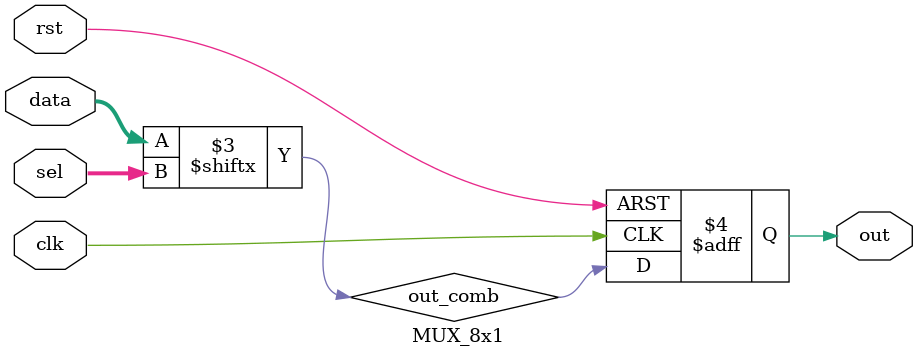
<source format=v>
module MUX_8x1(input wire clk,
               input wire rst,
               input wire [2:0] sel,
               input wire [7:0] data,
               output reg out);
    
    wire out_comb;
    
    always@(posedge clk or negedge rst)
    begin
        if (!rst)
        begin
            // IDLE bit is high
            out <= 1'b1;
        end
        else
        begin
            out <= out_comb;
        end
    end
    
    assign out_comb = data[sel];
    
endmodule

</source>
